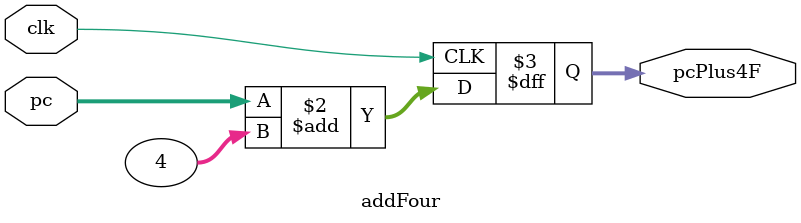
<source format=v>
module addFour (
  output reg [31:0] pcPlus4F,
  input        clk,
  input [31:0] pc
);
	always @(posedge clk) begin
		pcPlus4F <= pc + 32'd4;
	end
endmodule

</source>
